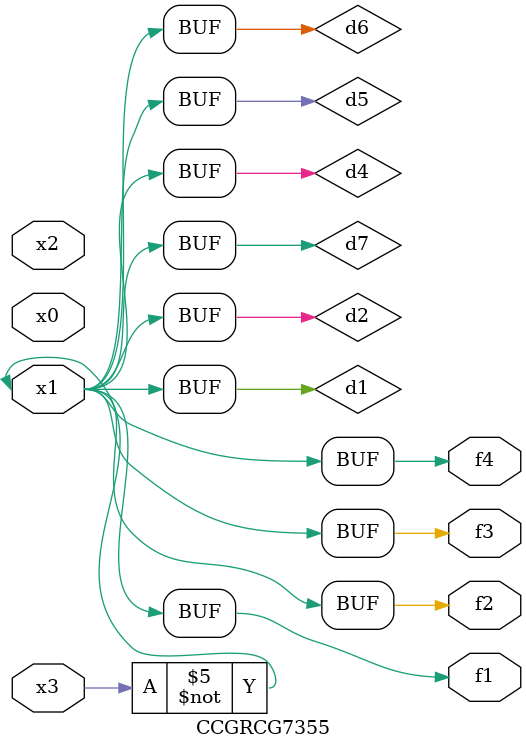
<source format=v>
module CCGRCG7355(
	input x0, x1, x2, x3,
	output f1, f2, f3, f4
);

	wire d1, d2, d3, d4, d5, d6, d7;

	not (d1, x3);
	buf (d2, x1);
	xnor (d3, d1, d2);
	nor (d4, d1);
	buf (d5, d1, d2);
	buf (d6, d4, d5);
	nand (d7, d4);
	assign f1 = d6;
	assign f2 = d7;
	assign f3 = d6;
	assign f4 = d6;
endmodule

</source>
